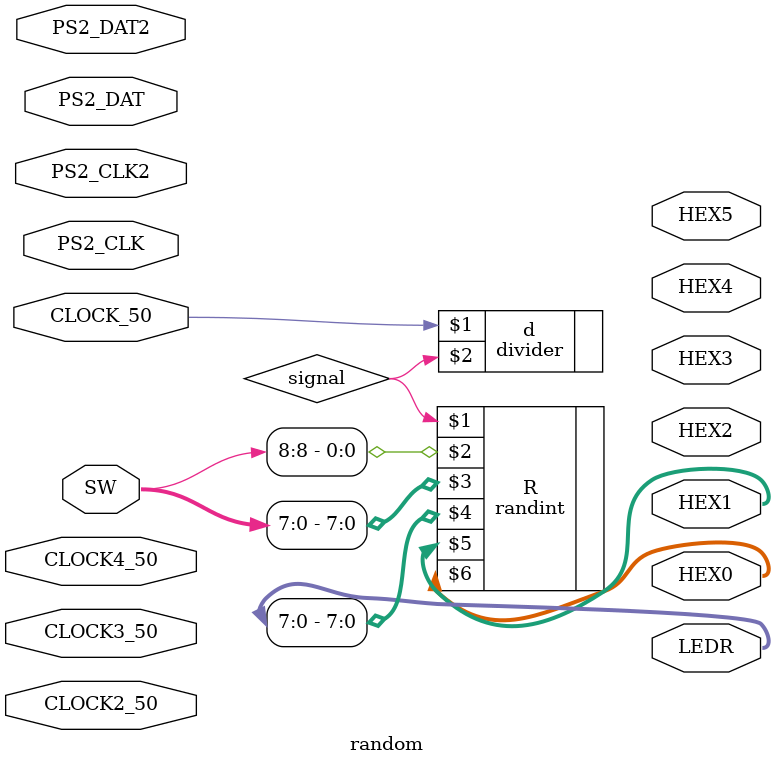
<source format=v>


module random(

	//////////// CLOCK //////////
	input 		          		CLOCK2_50,
	input 		          		CLOCK3_50,
	input 		          		CLOCK4_50,
	input 		          		CLOCK_50,

	//////////// SW //////////
	input 		     [9:0]		SW,

	//////////// LED //////////
	output		     [9:0]		LEDR,

	//////////// Seg7 //////////
	output		     [6:0]		HEX0,
	output		     [6:0]		HEX1,
	output		     [6:0]		HEX2,
	output		     [6:0]		HEX3,
	output		     [6:0]		HEX4,
	output		     [6:0]		HEX5,

	//////////// PS2 //////////
	inout 		          		PS2_CLK,
	inout 		          		PS2_CLK2,
	inout 		          		PS2_DAT,
	inout 		          		PS2_DAT2
);



//=======================================================
//  REG/WIRE declarations
//=======================================================

wire signal;
divider#(1) d(CLOCK_50,signal);

randint#(8'b00011101) R(signal,SW[8],SW[7:0],LEDR[7:0],HEX1[6:0],HEX0[6:0]);


//=======================================================
//  Structural coding
//=======================================================



endmodule

</source>
